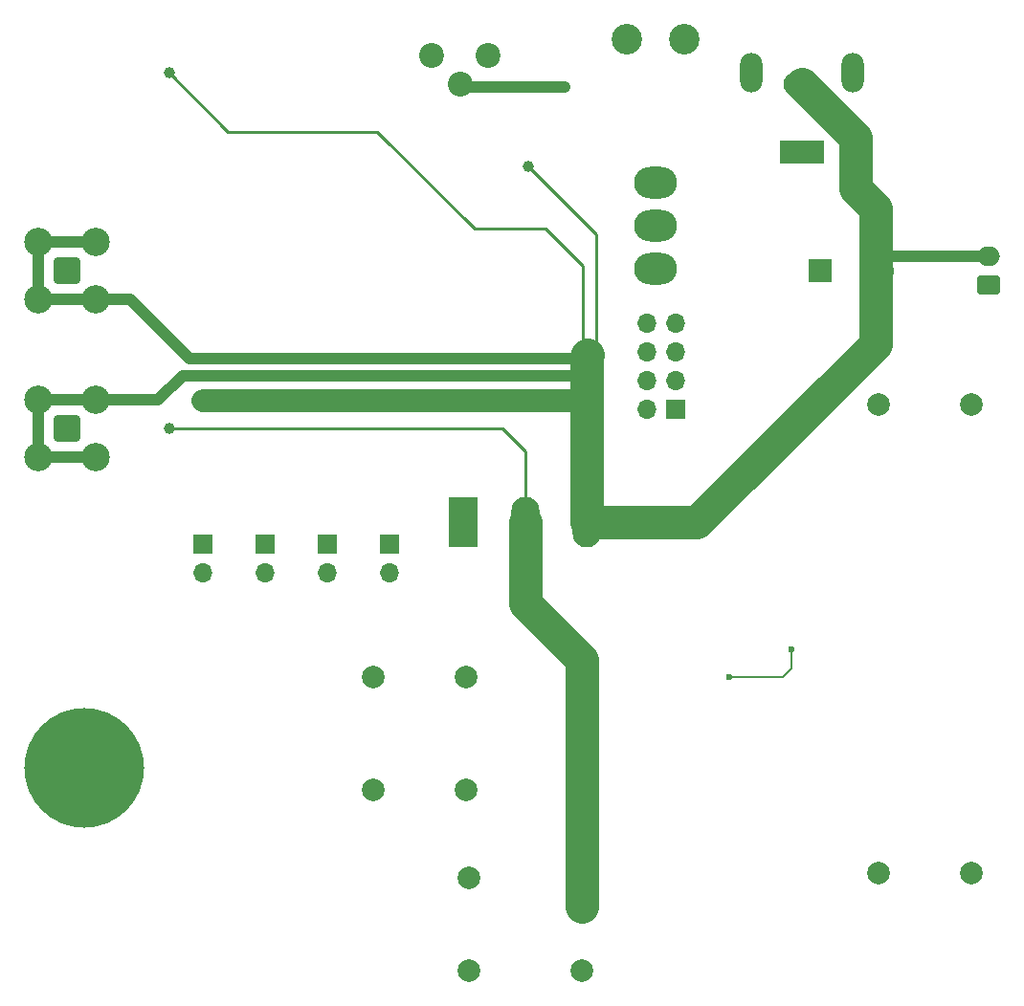
<source format=gbl>
%TF.GenerationSoftware,KiCad,Pcbnew,9.0.0*%
%TF.CreationDate,2025-05-26T15:17:39-04:00*%
%TF.ProjectId,PlasmaTransformer,506c6173-6d61-4547-9261-6e73666f726d,rev?*%
%TF.SameCoordinates,Original*%
%TF.FileFunction,Copper,L2,Bot*%
%TF.FilePolarity,Positive*%
%FSLAX46Y46*%
G04 Gerber Fmt 4.6, Leading zero omitted, Abs format (unit mm)*
G04 Created by KiCad (PCBNEW 9.0.0) date 2025-05-26 15:17:39*
%MOMM*%
%LPD*%
G01*
G04 APERTURE LIST*
G04 Aperture macros list*
%AMRoundRect*
0 Rectangle with rounded corners*
0 $1 Rounding radius*
0 $2 $3 $4 $5 $6 $7 $8 $9 X,Y pos of 4 corners*
0 Add a 4 corners polygon primitive as box body*
4,1,4,$2,$3,$4,$5,$6,$7,$8,$9,$2,$3,0*
0 Add four circle primitives for the rounded corners*
1,1,$1+$1,$2,$3*
1,1,$1+$1,$4,$5*
1,1,$1+$1,$6,$7*
1,1,$1+$1,$8,$9*
0 Add four rect primitives between the rounded corners*
20,1,$1+$1,$2,$3,$4,$5,0*
20,1,$1+$1,$4,$5,$6,$7,0*
20,1,$1+$1,$6,$7,$8,$9,0*
20,1,$1+$1,$8,$9,$2,$3,0*%
G04 Aperture macros list end*
%TA.AperFunction,ComponentPad*%
%ADD10O,3.800000X2.800000*%
%TD*%
%TA.AperFunction,ComponentPad*%
%ADD11C,2.700000*%
%TD*%
%TA.AperFunction,ComponentPad*%
%ADD12R,1.700000X1.700000*%
%TD*%
%TA.AperFunction,ComponentPad*%
%ADD13O,1.700000X1.700000*%
%TD*%
%TA.AperFunction,ComponentPad*%
%ADD14C,2.000000*%
%TD*%
%TA.AperFunction,ComponentPad*%
%ADD15R,4.000000X2.000000*%
%TD*%
%TA.AperFunction,ComponentPad*%
%ADD16O,3.300000X2.000000*%
%TD*%
%TA.AperFunction,ComponentPad*%
%ADD17O,2.000000X3.500000*%
%TD*%
%TA.AperFunction,ComponentPad*%
%ADD18RoundRect,0.200100X0.949900X-0.949900X0.949900X0.949900X-0.949900X0.949900X-0.949900X-0.949900X0*%
%TD*%
%TA.AperFunction,ComponentPad*%
%ADD19C,2.500000*%
%TD*%
%TA.AperFunction,ComponentPad*%
%ADD20R,2.000000X2.000000*%
%TD*%
%TA.AperFunction,ComponentPad*%
%ADD21RoundRect,0.250000X0.750000X-0.600000X0.750000X0.600000X-0.750000X0.600000X-0.750000X-0.600000X0*%
%TD*%
%TA.AperFunction,ComponentPad*%
%ADD22O,2.000000X1.700000*%
%TD*%
%TA.AperFunction,ComponentPad*%
%ADD23C,10.600000*%
%TD*%
%TA.AperFunction,ComponentPad*%
%ADD24C,2.200000*%
%TD*%
%TA.AperFunction,ComponentPad*%
%ADD25R,2.500000X4.500000*%
%TD*%
%TA.AperFunction,ComponentPad*%
%ADD26O,2.500000X4.500000*%
%TD*%
%TA.AperFunction,ViaPad*%
%ADD27C,1.000000*%
%TD*%
%TA.AperFunction,ViaPad*%
%ADD28C,0.600000*%
%TD*%
%TA.AperFunction,Conductor*%
%ADD29C,3.000000*%
%TD*%
%TA.AperFunction,Conductor*%
%ADD30C,1.000000*%
%TD*%
%TA.AperFunction,Conductor*%
%ADD31C,0.250000*%
%TD*%
%TA.AperFunction,Conductor*%
%ADD32C,2.500000*%
%TD*%
%TA.AperFunction,Conductor*%
%ADD33C,2.000000*%
%TD*%
%TA.AperFunction,Conductor*%
%ADD34C,0.200000*%
%TD*%
G04 APERTURE END LIST*
D10*
%TO.P,SW1,1,A*%
%TO.N,Net-(SW1-A)*%
X111500000Y-70190000D03*
%TO.P,SW1,2,B*%
%TO.N,Net-(J2-Pin_1)*%
X111500000Y-74000000D03*
%TO.P,SW1,3,C*%
%TO.N,unconnected-(SW1-C-Pad3)*%
X111500000Y-77810000D03*
D11*
%TO.P,SW1,M1*%
%TO.N,N/C*%
X114040000Y-57490000D03*
%TO.P,SW1,M2*%
X108960000Y-57490000D03*
%TD*%
D12*
%TO.P,JP2,1,A*%
%TO.N,Net-(JP2-A)*%
X77000000Y-102225000D03*
D13*
%TO.P,JP2,2,B*%
%TO.N,Net-(J7-Pin_1)*%
X77000000Y-104765000D03*
%TD*%
D14*
%TO.P,J12,1,Pin_1*%
%TO.N,Net-(J12-Pin_1)*%
X95000000Y-140000000D03*
X95000000Y-131800001D03*
%TD*%
D12*
%TO.P,JP4,1,A*%
%TO.N,Net-(JP4-A)*%
X88000000Y-102225000D03*
D13*
%TO.P,JP4,2,B*%
%TO.N,Net-(J7-Pin_1)*%
X88000000Y-104765000D03*
%TD*%
D15*
%TO.P,J1,1*%
%TO.N,Net-(SW1-A)*%
X124500000Y-67500000D03*
D16*
%TO.P,J1,2*%
%TO.N,GND*%
X124500000Y-61500000D03*
D17*
%TO.P,J1,MP1*%
%TO.N,N/C*%
X120000000Y-60500000D03*
%TO.P,J1,MP2*%
X129000000Y-60500000D03*
%TD*%
D18*
%TO.P,J5,1,In*%
%TO.N,Net-(J5-In)*%
X59500000Y-78000000D03*
D19*
%TO.P,J5,2,Ext*%
%TO.N,GND*%
X56960000Y-80540000D03*
X62040000Y-80540000D03*
X56960000Y-75460000D03*
X62040000Y-75460000D03*
%TD*%
D12*
%TO.P,J4,1,Pin_1*%
%TO.N,Net-(J4-Pin_1)*%
X113275000Y-90300000D03*
D13*
%TO.P,J4,2,Pin_2*%
%TO.N,Net-(D2-K)*%
X110735000Y-90300000D03*
%TO.P,J4,3,Pin_3*%
%TO.N,Net-(J4-Pin_3)*%
X113275000Y-87760000D03*
%TO.P,J4,4,Pin_4*%
%TO.N,Net-(D2-K)*%
X110735000Y-87760000D03*
%TO.P,J4,5,Pin_5*%
%TO.N,Net-(J4-Pin_5)*%
X113275000Y-85220000D03*
%TO.P,J4,6,Pin_6*%
%TO.N,Net-(D2-K)*%
X110735000Y-85220000D03*
%TO.P,J4,7,Pin_7*%
%TO.N,Net-(J4-Pin_7)*%
X113275000Y-82680000D03*
%TO.P,J4,8,Pin_8*%
%TO.N,Net-(D2-K)*%
X110735000Y-82680000D03*
%TD*%
D20*
%TO.P,C2,1*%
%TO.N,Net-(J2-Pin_1)*%
X126132323Y-78000000D03*
D14*
%TO.P,C2,2*%
%TO.N,GND*%
X131132323Y-78000000D03*
%TD*%
%TO.P,J11,1,Pin_1*%
%TO.N,Net-(J10-Pin_1)*%
X105000000Y-140000000D03*
X105000000Y-131800001D03*
%TD*%
D21*
%TO.P,J2,1,Pin_1*%
%TO.N,Net-(J2-Pin_1)*%
X140975000Y-79250000D03*
D22*
%TO.P,J2,2,Pin_2*%
%TO.N,GND*%
X140975000Y-76750000D03*
%TD*%
D14*
%TO.P,J9,1,Pin_1*%
%TO.N,Net-(J2-Pin_1)*%
X139450000Y-89866600D03*
X131250001Y-89866600D03*
%TD*%
%TO.P,J7,1,Pin_1*%
%TO.N,Net-(J7-Pin_1)*%
X86550001Y-114000000D03*
X94750000Y-114000000D03*
%TD*%
D12*
%TO.P,JP1,1,A*%
%TO.N,Net-(JP1-A)*%
X71500000Y-102225000D03*
D13*
%TO.P,JP1,2,B*%
%TO.N,Net-(J7-Pin_1)*%
X71500000Y-104765000D03*
%TD*%
D23*
%TO.P,H1,1,1*%
%TO.N,Net-(J7-Pin_1)*%
X61000000Y-122000000D03*
%TD*%
D24*
%TO.P,RV1,1,1*%
%TO.N,Net-(R3-Pad2)*%
X91750000Y-59000000D03*
%TO.P,RV1,2,2*%
%TO.N,Net-(C11-Pad2)*%
X94250000Y-61500000D03*
%TO.P,RV1,3,3*%
%TO.N,Net-(R4-Pad1)*%
X96750000Y-59000000D03*
%TD*%
D12*
%TO.P,JP3,1,A*%
%TO.N,Net-(JP3-A)*%
X82500000Y-102225000D03*
D13*
%TO.P,JP3,2,B*%
%TO.N,Net-(J7-Pin_1)*%
X82500000Y-104765000D03*
%TD*%
D25*
%TO.P,Q1,1,G*%
%TO.N,Net-(D2-K)*%
X94550000Y-100290000D03*
D26*
%TO.P,Q1,2,D*%
%TO.N,Net-(J10-Pin_1)*%
X100000000Y-100290000D03*
%TO.P,Q1,3,S*%
%TO.N,GND*%
X105450000Y-100290000D03*
%TD*%
D14*
%TO.P,J10,1,Pin_1*%
%TO.N,Net-(J10-Pin_1)*%
X139450000Y-131366600D03*
X131250001Y-131366600D03*
%TD*%
%TO.P,J6,1,Pin_1*%
%TO.N,Net-(J12-Pin_1)*%
X86550001Y-124000000D03*
X94750000Y-124000000D03*
%TD*%
D18*
%TO.P,J3,1,In*%
%TO.N,Net-(J3-In)*%
X59500000Y-92000000D03*
D19*
%TO.P,J3,2,Ext*%
%TO.N,GND*%
X56960000Y-94540000D03*
X62040000Y-94540000D03*
X56960000Y-89460000D03*
X62040000Y-89460000D03*
%TD*%
D27*
%TO.N,GND*%
X68500000Y-60500000D03*
X88000000Y-89500000D03*
X77000000Y-89500000D03*
X100250000Y-68750000D03*
X71500000Y-89500000D03*
X82500000Y-89500000D03*
%TO.N,Net-(J10-Pin_1)*%
X68500000Y-92000000D03*
D28*
%TO.N,Net-(D3-K)*%
X118100000Y-114000000D03*
X123575000Y-111500000D03*
D27*
%TO.N,Net-(C11-Pad2)*%
X103500000Y-61750000D03*
%TD*%
D29*
%TO.N,GND*%
X131049000Y-74200000D02*
X131049000Y-76500000D01*
X131049000Y-72500000D02*
X131049000Y-74200000D01*
X131000000Y-78132323D02*
X131132323Y-78000000D01*
X105450000Y-85550000D02*
X105500000Y-85500000D01*
D30*
X105200000Y-85800000D02*
X105450000Y-85550000D01*
D29*
X131049000Y-81351000D02*
X131000000Y-81400000D01*
X105450000Y-100290000D02*
X115210000Y-100290000D01*
D31*
X100250000Y-68750000D02*
X106300000Y-74800000D01*
D30*
X56960000Y-80540000D02*
X62040000Y-80540000D01*
D31*
X106300000Y-74800000D02*
X106300000Y-86150000D01*
D29*
X129250000Y-66250000D02*
X129250000Y-70701000D01*
D31*
X86900000Y-65700000D02*
X95500000Y-74300000D01*
D29*
X124500000Y-61500000D02*
X129250000Y-66250000D01*
X105450000Y-89500000D02*
X105450000Y-87000000D01*
D30*
X62040000Y-89460000D02*
X67540000Y-89460000D01*
D31*
X105100000Y-77600000D02*
X105100000Y-85200000D01*
D30*
X56960000Y-75460000D02*
X56960000Y-80540000D01*
D29*
X131049000Y-74200000D02*
X131049000Y-81351000D01*
X115210000Y-100290000D02*
X131000000Y-84500000D01*
D30*
X56960000Y-75460000D02*
X62040000Y-75460000D01*
D32*
X131049000Y-76500000D02*
X131049000Y-77916677D01*
D33*
X71500000Y-89500000D02*
X88000000Y-89500000D01*
D30*
X56960000Y-89460000D02*
X62040000Y-89460000D01*
X56960000Y-94540000D02*
X62040000Y-94540000D01*
X56960000Y-89460000D02*
X56960000Y-94540000D01*
D29*
X129250000Y-70701000D02*
X131049000Y-72500000D01*
D30*
X62040000Y-80540000D02*
X65040000Y-80540000D01*
X65040000Y-80540000D02*
X70300000Y-85800000D01*
D29*
X131000000Y-81400000D02*
X131000000Y-78132323D01*
D31*
X106300000Y-86150000D02*
X105450000Y-87000000D01*
D30*
X131299000Y-76750000D02*
X131049000Y-76500000D01*
X70300000Y-85800000D02*
X105200000Y-85800000D01*
D31*
X95500000Y-74300000D02*
X101800000Y-74300000D01*
X68500000Y-60500000D02*
X73700000Y-65700000D01*
D29*
X105450000Y-87000000D02*
X105450000Y-85550000D01*
D33*
X88000000Y-89500000D02*
X105450000Y-89500000D01*
D31*
X105100000Y-85200000D02*
X105450000Y-85550000D01*
D29*
X105450000Y-100290000D02*
X105450000Y-89500000D01*
D30*
X140975000Y-76750000D02*
X131299000Y-76750000D01*
X67540000Y-89460000D02*
X69700000Y-87300000D01*
D32*
X131049000Y-77916677D02*
X131132323Y-78000000D01*
D30*
X105150000Y-87300000D02*
X105450000Y-87000000D01*
D31*
X101800000Y-74300000D02*
X105100000Y-77600000D01*
D29*
X131000000Y-84500000D02*
X131000000Y-81400000D01*
D30*
X69700000Y-87300000D02*
X105150000Y-87300000D01*
D31*
X73700000Y-65700000D02*
X86900000Y-65700000D01*
%TO.N,Net-(J10-Pin_1)*%
X68500000Y-92000000D02*
X98000000Y-92000000D01*
X98000000Y-92000000D02*
X100000000Y-94000000D01*
D29*
X105000000Y-112500000D02*
X100000000Y-107500000D01*
X105000000Y-134300001D02*
X105000000Y-112500000D01*
D31*
X100000000Y-94000000D02*
X100000000Y-100290000D01*
D29*
X100000000Y-107500000D02*
X100000000Y-100290000D01*
D34*
%TO.N,Net-(D3-K)*%
X118100000Y-114000000D02*
X122800000Y-114000000D01*
X122800000Y-114000000D02*
X123575000Y-113225000D01*
X123575000Y-113225000D02*
X123575000Y-111500000D01*
D30*
%TO.N,Net-(C11-Pad2)*%
X94500000Y-61750000D02*
X94250000Y-61500000D01*
X103500000Y-61750000D02*
X94500000Y-61750000D01*
%TD*%
M02*

</source>
